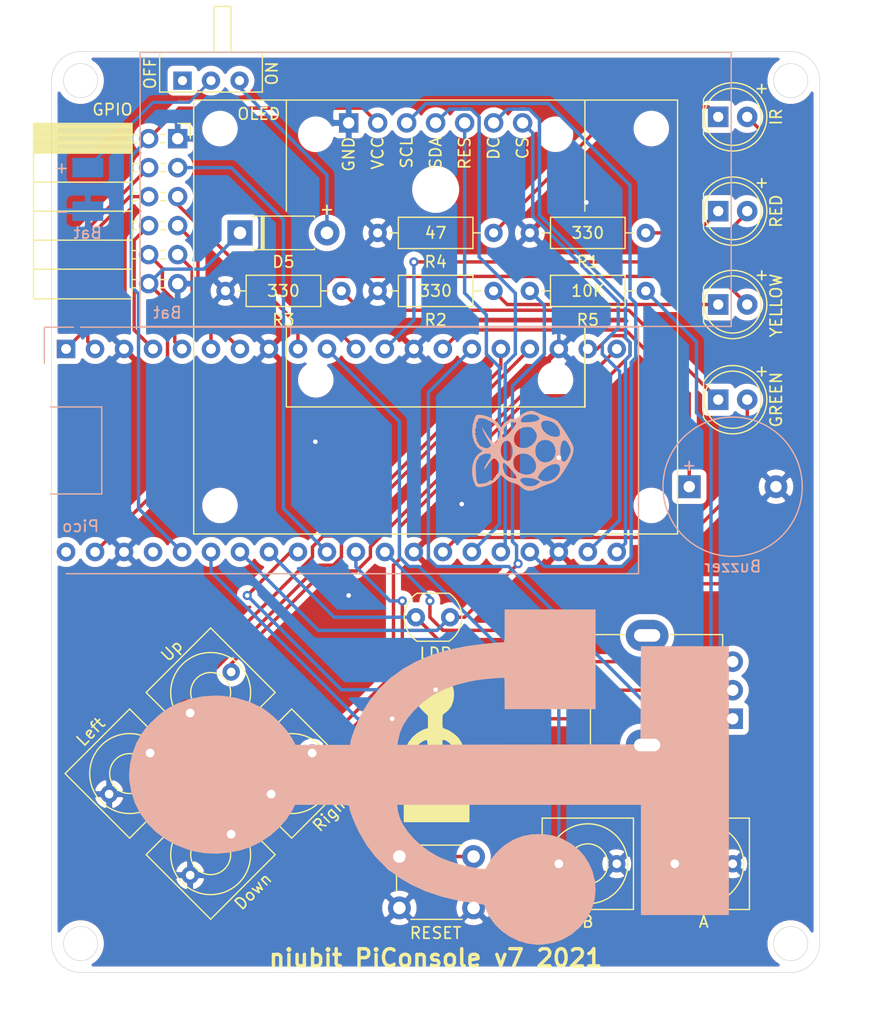
<source format=kicad_pcb>
(kicad_pcb (version 20171130) (host pcbnew 5.1.10-88a1d61d58~90~ubuntu20.04.1)
  (layers (0 F.Cu signal) (31 B.Cu signal) (34 B.Paste user) (35 F.Paste user) (36 B.SilkS user) (37 F.SilkS user) (38 B.Mask user) (39 F.Mask user) (44 Edge.Cuts user))
  (net 0 "")
  (net 1 Buzzer)
  (net 2 GND)
  (net 3 "Net-(D1-Pad1)")
  (net 4 L_IR)
  (net 5 "Net-(D2-Pad1)")
  (net 6 L_Red)
  (net 7 L_Yellow)
  (net 8 "Net-(D3-Pad1)")
  (net 9 "Net-(D4-Pad1)")
  (net 10 L_Green)
  (net 11 VSYS)
  (net 12 "Net-(D5-Pad2)")
  (net 13 "Net-(J1-Pad2)")
  (net 14 +3V3)
  (net 15 VDDA)
  (net 16 ADC2)
  (net 17 GNDA)
  (net 18 ADC1)
  (net 19 SW_Up)
  (net 20 SW_Down)
  (net 21 SW_Left)
  (net 22 SW_Right)
  (net 23 "Net-(U1-Pad40)")
  (net 24 "Net-(U1-Pad37)")
  (net 25 ADC0)
  (net 26 OLED_RES)
  (net 27 OLED_SDA)
  (net 28 OLED_SCL)
  (net 29 OLED_CS)
  (net 30 OLED_DC)
  (net 31 GP6)
  (net 32 GP5)
  (net 33 GP4)
  (net 34 GP3)
  (net 35 GP2)
  (net 36 GP1)
  (net 37 GP0)
  (net 38 SW_A)
  (net 39 SW_B)
  (net 40 "Net-(SW7-Pad1)")
  (net 41 RESET)
  (module eduardofilo_footprints:OLED-SSD1309-SPI (layer F.Cu) (at 130.81 81.026)
    (fp_text reference U2 hide)
    (fp_text value OLED (at -15.494 -17.78) (layer F.SilkS))
    (fp_text user CS (at 7.62 -15.875 90) (layer F.SilkS) (effects (justify right)))
    (fp_text user DC (at 5.08 -15.875 90) (layer F.SilkS) (effects (justify right)))
    (fp_text user RES (at 2.54 -15.875 90) (layer F.SilkS) (effects (justify right)))
    (fp_text user GND (at -7.62 -15.875 90) (layer F.SilkS) (effects (justify right)))
    (fp_text user VCC (at -5.08 -15.875 90) (layer F.SilkS) (effects (justify right)))
    (fp_text user SCL (at -2.54 -15.875 90) (layer F.SilkS) (effects (justify right)))
    (fp_text user SDA (at 0 -15.875 90) (layer F.SilkS) (effects (justify right)))
    (pad 7 thru_hole circle (at 7.6225 -17) (size 1.7 1.7) (drill 1) (layers *.Cu *.Mask) (net 29 OLED_CS))
    (pad 6 thru_hole circle (at 5.0825 -17) (size 1.7 1.7) (drill 1) (layers *.Cu *.Mask) (net 30 OLED_DC))
    (pad 5 thru_hole circle (at 2.5425 -17) (size 1.7 1.7) (drill 1) (layers *.Cu *.Mask) (net 26 OLED_RES))
    (pad "" np_thru_hole circle (at -18.9 -16.5) (size 2.1 2.1) (drill 2.1) (layers *.Cu *.Mask))
    (pad "" np_thru_hole circle (at 18.9 -16.5) (size 2.1 2.1) (drill 2.1) (layers *.Cu *.Mask))
    (pad "" np_thru_hole circle (at -18.9 16.5) (size 2.1 2.1) (drill 2.1) (layers *.Cu *.Mask))
    (pad "" np_thru_hole circle (at 18.9 16.5) (size 2.1 2.1) (drill 2.1) (layers *.Cu *.Mask))
    (pad 1 thru_hole rect (at -7.6175 -17) (size 1.7 1.7) (drill 1) (layers *.Cu *.Mask) (net 2 GND))
    (pad 2 thru_hole circle (at -5.0775 -17) (size 1.7 1.7) (drill 1) (layers *.Cu *.Mask) (net 14 +3V3))
    (pad 3 thru_hole circle (at -2.5375 -17) (size 1.7 1.7) (drill 1) (layers *.Cu *.Mask) (net 28 OLED_SCL))
    (pad 4 thru_hole circle (at 0 -17) (size 1.7 1.7) (drill 1) (layers *.Cu *.Mask) (net 27 OLED_SDA))
    (pad "" np_thru_hole circle (at -10.5 -16) (size 2.1 2.1) (drill 2.1) (layers *.Cu *.Mask))
    (pad "" np_thru_hole circle (at 10.5 -16) (size 2.1 2.1) (drill 2.1) (layers *.Cu *.Mask))
    (pad "" np_thru_hole circle (at -10.5 5.5) (size 2.1 2.1) (drill 2.1) (layers *.Cu *.Mask))
    (pad "" np_thru_hole circle (at 10.5 5.5) (size 2.1 2.1) (drill 2.1) (layers *.Cu *.Mask))
  )
  (module Button_Switch_THT:SW_PUSH_6mm (layer F.Cu) (at 127.635 128.27)
    (fp_text reference SW8 hide)
    (fp_text value RESET (at 3.175 6.7) (layer F.SilkS))
    (pad 1 thru_hole circle (at 6.5 0 90) (size 2 2) (drill 1.1) (layers *.Cu *.Mask) (net 41 RESET))
    (pad 2 thru_hole circle (at 6.5 4.5 90) (size 2 2) (drill 1.1) (layers *.Cu *.Mask) (net 2 GND))
    (pad 1 thru_hole circle (at 0 0 90) (size 2 2) (drill 1.1) (layers *.Cu *.Mask) (net 41 RESET))
    (pad 2 thru_hole circle (at 0 4.5 90) (size 2 2) (drill 1.1) (layers *.Cu *.Mask) (net 2 GND))
  )
  (module Connector_PinHeader_2.54mm:PinHeader_1x02_P2.54mm_Vertical (layer B.Cu) (at 100.33 71.12)
    (fp_text reference J1 hide)
    (fp_text value Bat (at 0 2.54 180) (layer B.SilkS) (effects (justify mirror)))
    (fp_text user + (at -2.286 -3.175) (layer B.SilkS) (effects (justify mirror)))
    (fp_text user - (at -2.286 0.635) (layer B.SilkS) (effects (justify mirror)))
    (pad 1 smd rect (at 0 0.635) (size 2.7 1.7) (layers B.Cu B.Paste B.Mask) (net 2 GND))
    (pad 2 smd rect (at 0 -3.175) (size 2.7 1.7) (layers B.Cu B.Paste B.Mask) (net 13 "Net-(J1-Pad2)"))
  )
  (module eduardofilo_footprints:niubit_logo_13mm (layer F.Cu) (at 130.81 118.745)
    (fp_text reference G*** hide)
    (fp_text value LOGO hide)
  )
  (module eduardofilo_footprints:niubit_logo_52mm (layer B.Cu) (at 130.175 121.285 270)
    (fp_text reference G*** hide)
    (fp_text value LOGO hide)
  )
  (module eduardofilo_footprints:Potentiometer_Alpha_RD901F-40-00D_Single_Vertical_mod (layer F.Cu) (at 156.845 116.205 180)
    (fp_text reference RV1 hide)
    (fp_text value Pot (at 3.14309 -3.14309 180) (layer F.SilkS))
    (pad "" thru_hole oval (at 7.5 -2.3 270) (size 2.72 3.74) (drill oval 1.1 2.3) (layers *.Cu *.Mask))
    (pad "" thru_hole oval (at 7.5 7.3 270) (size 2.72 3.74) (drill oval 1.1 2.3) (layers *.Cu *.Mask))
    (pad 3 thru_hole circle (at 0 5 270) (size 1.8 1.8) (drill 1) (layers *.Cu *.Mask) (net 17 GNDA))
    (pad 2 thru_hole circle (at 0 2.5 270) (size 1.8 1.8) (drill 1) (layers *.Cu *.Mask) (net 18 ADC1))
    (pad 1 thru_hole rect (at 0 0 270) (size 1.8 1.8) (drill 1) (layers *.Cu *.Mask) (net 15 VDDA))
  )
  (module eduardofilo_footprints:raspberrypi-pico-module (layer B.Cu) (at 122.555 92.71 270)
    (fp_text reference U1 hide)
    (fp_text value Pico (at 6.64 22.86 180) (layer B.SilkS) (effects (justify mirror)))
    (pad 1 thru_hole rect (at -8.89 24.13 270) (size 1.624 1.624) (drill 0.862) (layers *.Cu *.Mask) (net 37 GP0))
    (pad 2 thru_hole circle (at -8.89 21.59 270) (size 1.624 1.624) (drill 0.862) (layers *.Cu *.Mask) (net 36 GP1))
    (pad 3 thru_hole circle (at -8.89 19.05 270) (size 1.624 1.624) (drill 0.862) (layers *.Cu *.Mask) (net 2 GND))
    (pad 4 thru_hole circle (at -8.89 16.51 270) (size 1.624 1.624) (drill 0.862) (layers *.Cu *.Mask) (net 35 GP2))
    (pad 5 thru_hole circle (at -8.89 13.97 270) (size 1.624 1.624) (drill 0.862) (layers *.Cu *.Mask) (net 34 GP3))
    (pad 6 thru_hole circle (at -8.89 11.43 270) (size 1.624 1.624) (drill 0.862) (layers *.Cu *.Mask) (net 33 GP4))
    (pad 7 thru_hole circle (at -8.89 8.89 270) (size 1.624 1.624) (drill 0.862) (layers *.Cu *.Mask) (net 32 GP5))
    (pad 8 thru_hole circle (at -8.89 6.35 270) (size 1.624 1.624) (drill 0.862) (layers *.Cu *.Mask) (net 2 GND))
    (pad 9 thru_hole circle (at -8.89 3.81 270) (size 1.624 1.624) (drill 0.862) (layers *.Cu *.Mask) (net 31 GP6))
    (pad 10 thru_hole circle (at -8.89 1.27 270) (size 1.624 1.624) (drill 0.862) (layers *.Cu *.Mask) (net 39 SW_B))
    (pad 11 thru_hole circle (at -8.89 -1.27 270) (size 1.624 1.624) (drill 0.862) (layers *.Cu *.Mask) (net 7 L_Yellow))
    (pad 12 thru_hole circle (at -8.89 -3.81 270) (size 1.624 1.624) (drill 0.862) (layers *.Cu *.Mask) (net 6 L_Red))
    (pad 13 thru_hole circle (at -8.89 -6.35 270) (size 1.624 1.624) (drill 0.862) (layers *.Cu *.Mask) (net 2 GND))
    (pad 14 thru_hole circle (at -8.89 -8.89 270) (size 1.624 1.624) (drill 0.862) (layers *.Cu *.Mask) (net 1 Buzzer))
    (pad 15 thru_hole circle (at -8.89 -11.43 270) (size 1.624 1.624) (drill 0.862) (layers *.Cu *.Mask) (net 38 SW_A))
    (pad 16 thru_hole circle (at -8.89 -13.97 270) (size 1.624 1.624) (drill 0.862) (layers *.Cu *.Mask) (net 22 SW_Right))
    (pad 17 thru_hole circle (at -8.89 -16.51 270) (size 1.624 1.624) (drill 0.862) (layers *.Cu *.Mask) (net 21 SW_Left))
    (pad 18 thru_hole circle (at -8.89 -19.05 270) (size 1.624 1.624) (drill 0.862) (layers *.Cu *.Mask) (net 2 GND))
    (pad 19 thru_hole circle (at -8.89 -21.59 270) (size 1.624 1.624) (drill 0.862) (layers *.Cu *.Mask) (net 20 SW_Down))
    (pad 20 thru_hole circle (at -8.89 -24.13 270) (size 1.624 1.624) (drill 0.862) (layers *.Cu *.Mask) (net 19 SW_Up))
    (pad 21 thru_hole circle (at 8.89 -24.13 270) (size 1.624 1.624) (drill 0.862) (layers *.Cu *.Mask) (net 30 OLED_DC))
    (pad 22 thru_hole circle (at 8.89 -21.59 270) (size 1.624 1.624) (drill 0.862) (layers *.Cu *.Mask) (net 29 OLED_CS))
    (pad 23 thru_hole circle (at 8.89 -19.05 270) (size 1.624 1.624) (drill 0.862) (layers *.Cu *.Mask) (net 2 GND))
    (pad 24 thru_hole circle (at 8.89 -16.51 270) (size 1.624 1.624) (drill 0.862) (layers *.Cu *.Mask) (net 28 OLED_SCL))
    (pad 25 thru_hole circle (at 8.89 -13.97 270) (size 1.624 1.624) (drill 0.862) (layers *.Cu *.Mask) (net 27 OLED_SDA))
    (pad 26 thru_hole circle (at 8.89 -11.43 270) (size 1.624 1.624) (drill 0.862) (layers *.Cu *.Mask) (net 26 OLED_RES))
    (pad 27 thru_hole circle (at 8.89 -8.89 270) (size 1.624 1.624) (drill 0.862) (layers *.Cu *.Mask) (net 10 L_Green))
    (pad 28 thru_hole circle (at 8.89 -6.35 270) (size 1.624 1.624) (drill 0.862) (layers *.Cu *.Mask) (net 2 GND))
    (pad 29 thru_hole circle (at 8.89 -3.81 270) (size 1.624 1.624) (drill 0.862) (layers *.Cu *.Mask) (net 4 L_IR))
    (pad 30 thru_hole circle (at 8.89 -1.27 270) (size 1.624 1.624) (drill 0.862) (layers *.Cu *.Mask) (net 41 RESET))
    (pad 31 thru_hole circle (at 8.89 1.27 270) (size 1.624 1.624) (drill 0.862) (layers *.Cu *.Mask) (net 25 ADC0))
    (pad 32 thru_hole circle (at 8.89 3.81 270) (size 1.624 1.624) (drill 0.862) (layers *.Cu *.Mask) (net 18 ADC1))
    (pad 33 thru_hole circle (at 8.89 6.35 270) (size 1.624 1.624) (drill 0.862) (layers *.Cu *.Mask) (net 17 GNDA))
    (pad 34 thru_hole circle (at 8.89 8.89 270) (size 1.624 1.624) (drill 0.862) (layers *.Cu *.Mask) (net 16 ADC2))
    (pad 35 thru_hole circle (at 8.89 11.43 270) (size 1.624 1.624) (drill 0.862) (layers *.Cu *.Mask) (net 15 VDDA))
    (pad 36 thru_hole circle (at 8.89 13.97 270) (size 1.624 1.624) (drill 0.862) (layers *.Cu *.Mask) (net 14 +3V3))
    (pad 37 thru_hole circle (at 8.89 16.51 270) (size 1.624 1.624) (drill 0.862) (layers *.Cu *.Mask) (net 24 "Net-(U1-Pad37)"))
    (pad 38 thru_hole circle (at 8.89 19.05 270) (size 1.624 1.624) (drill 0.862) (layers *.Cu *.Mask) (net 2 GND))
    (pad 39 thru_hole circle (at 8.89 21.59 270) (size 1.624 1.624) (drill 0.862) (layers *.Cu *.Mask) (net 11 VSYS))
    (pad 40 thru_hole circle (at 8.89 24.13 270) (size 1.624 1.624) (drill 0.862) (layers *.Cu *.Mask) (net 23 "Net-(U1-Pad40)"))
  )
  (module eduardofilo_footprints:SW_PUSH_8mm_2pin (layer F.Cu) (at 144.145 128.905)
    (fp_text reference SW6 hide)
    (fp_text value B (at 0 5.08) (layer F.SilkS))
    (pad 2 thru_hole circle (at 2.54 0) (size 1.524 1.524) (drill 0.762) (layers *.Cu *.Mask) (net 2 GND))
    (pad 1 thru_hole circle (at -2.54 0) (size 1.524 1.524) (drill 0.762) (layers *.Cu *.Mask) (net 39 SW_B))
  )
  (module eduardofilo_footprints:2xAAA_Battery_holder (layer B.Cu) (at 130.81 69.85 180)
    (fp_text reference REF** hide)
    (fp_text value 2xAAA_Battery_holder hide)
    (fp_text user Bat (at 23.495 -10.795) (layer B.SilkS) (effects (justify mirror)))
    (pad "" np_thru_hole circle (at 0 0 180) (size 3.1 3.1) (drill 3.1) (layers *.Cu *.Mask))
  )
  (module Buzzer_Beeper:Buzzer_12x9.5RM7.6 (layer B.Cu) (at 153.035 95.885)
    (fp_text reference BZ1 hide)
    (fp_text value Buzzer (at 3.81 6.985) (layer B.SilkS) (effects (justify mirror)))
    (fp_text user + (at 0 -1.905) (layer B.SilkS) (effects (justify mirror)))
    (pad 1 thru_hole rect (at 0 0) (size 2 2) (drill 1) (layers *.Cu *.Mask) (net 1 Buzzer))
    (pad 2 thru_hole circle (at 7.6 0) (size 2 2) (drill 1) (layers *.Cu *.Mask) (net 2 GND))
  )
  (module LED_THT:LED_D5.0mm_IRGrey (layer F.Cu) (at 155.575 63.5)
    (fp_text reference D1 hide)
    (fp_text value IR (at 5.08 0 270) (layer F.SilkS))
    (pad 1 thru_hole rect (at 0 0) (size 1.8 1.8) (drill 0.9) (layers *.Cu *.Mask) (net 3 "Net-(D1-Pad1)"))
    (pad 2 thru_hole circle (at 2.54 0) (size 1.8 1.8) (drill 0.9) (layers *.Cu *.Mask) (net 4 L_IR))
  )
  (module LED_THT:LED_D5.0mm (layer F.Cu) (at 155.575 71.755)
    (fp_text reference D2 hide)
    (fp_text value RED (at 5.08 0 270) (layer F.SilkS))
    (pad 1 thru_hole rect (at 0 0) (size 1.8 1.8) (drill 0.9) (layers *.Cu *.Mask) (net 5 "Net-(D2-Pad1)"))
    (pad 2 thru_hole circle (at 2.54 0) (size 1.8 1.8) (drill 0.9) (layers *.Cu *.Mask) (net 6 L_Red))
  )
  (module LED_THT:LED_D5.0mm (layer F.Cu) (at 155.575 79.93)
    (fp_text reference D3 hide)
    (fp_text value YELLOW (at 5.08 0.08 270) (layer F.SilkS))
    (pad 2 thru_hole circle (at 2.54 0) (size 1.8 1.8) (drill 0.9) (layers *.Cu *.Mask) (net 7 L_Yellow))
    (pad 1 thru_hole rect (at 0 0) (size 1.8 1.8) (drill 0.9) (layers *.Cu *.Mask) (net 8 "Net-(D3-Pad1)"))
  )
  (module LED_THT:LED_D5.0mm (layer F.Cu) (at 155.575 88.265)
    (fp_text reference D4 hide)
    (fp_text value GREEN (at 5.08 0 270) (layer F.SilkS))
    (pad 1 thru_hole rect (at 0 0) (size 1.8 1.8) (drill 0.9) (layers *.Cu *.Mask) (net 9 "Net-(D4-Pad1)"))
    (pad 2 thru_hole circle (at 2.54 0) (size 1.8 1.8) (drill 0.9) (layers *.Cu *.Mask) (net 10 L_Green))
  )
  (module Diode_THT:D_DO-41_SOD81_P7.62mm_Horizontal (layer F.Cu) (at 113.665 73.66)
    (fp_text reference D5 (at 3.81 2.54) (layer F.SilkS))
    (fp_text value 1N5817 hide)
    (fp_text user + (at 7.62 -2.1) (layer F.SilkS))
    (pad 1 thru_hole rect (at 0 0) (size 2.2 2.2) (drill 1.1) (layers *.Cu *.Mask) (net 11 VSYS))
    (pad 2 thru_hole oval (at 7.62 0) (size 2.2 2.2) (drill 1.1) (layers *.Cu *.Mask) (net 12 "Net-(D5-Pad2)"))
  )
  (module Connector_PinSocket_2.54mm:PinSocket_2x06_P2.54mm_Horizontal (layer F.Cu) (at 108.204 65.405)
    (fp_text reference J2 hide)
    (fp_text value GPIO (at -5.715 -2.54) (layer F.SilkS))
    (pad 1 thru_hole rect (at 0 0) (size 1.7 1.7) (drill 1) (layers *.Cu *.Mask) (net 2 GND))
    (pad 2 thru_hole oval (at -2.54 0) (size 1.7 1.7) (drill 1) (layers *.Cu *.Mask) (net 14 +3V3))
    (pad 3 thru_hole oval (at 0 2.54) (size 1.7 1.7) (drill 1) (layers *.Cu *.Mask) (net 25 ADC0))
    (pad 4 thru_hole oval (at -2.54 2.54) (size 1.7 1.7) (drill 1) (layers *.Cu *.Mask) (net 37 GP0))
    (pad 5 thru_hole oval (at 0 5.08) (size 1.7 1.7) (drill 1) (layers *.Cu *.Mask) (net 31 GP6))
    (pad 6 thru_hole oval (at -2.54 5.08) (size 1.7 1.7) (drill 1) (layers *.Cu *.Mask) (net 36 GP1))
    (pad 7 thru_hole oval (at 0 7.62) (size 1.7 1.7) (drill 1) (layers *.Cu *.Mask) (net 32 GP5))
    (pad 8 thru_hole oval (at -2.54 7.62) (size 1.7 1.7) (drill 1) (layers *.Cu *.Mask) (net 35 GP2))
    (pad 9 thru_hole oval (at 0 10.16) (size 1.7 1.7) (drill 1) (layers *.Cu *.Mask) (net 33 GP4))
    (pad 10 thru_hole oval (at -2.54 10.16) (size 1.7 1.7) (drill 1) (layers *.Cu *.Mask) (net 34 GP3))
    (pad 11 thru_hole oval (at 0 12.7) (size 1.7 1.7) (drill 1) (layers *.Cu *.Mask) (net 2 GND))
    (pad 12 thru_hole oval (at -2.54 12.7) (size 1.7 1.7) (drill 1) (layers *.Cu *.Mask) (net 11 VSYS))
  )
  (module Resistor_THT:R_Axial_DIN0207_L6.3mm_D2.5mm_P10.16mm_Horizontal (layer F.Cu) (at 139.065 73.66)
    (fp_text reference R1 (at 5.08 2.54) (layer F.SilkS))
    (fp_text value 330 (at 5.08 0) (layer F.SilkS))
    (pad 1 thru_hole circle (at 0 0) (size 1.6 1.6) (drill 0.8) (layers *.Cu *.Mask) (net 2 GND))
    (pad 2 thru_hole oval (at 10.16 0) (size 1.6 1.6) (drill 0.8) (layers *.Cu *.Mask) (net 5 "Net-(D2-Pad1)"))
  )
  (module Resistor_THT:R_Axial_DIN0207_L6.3mm_D2.5mm_P10.16mm_Horizontal (layer F.Cu) (at 125.73 78.74)
    (fp_text reference R2 (at 5.08 2.54) (layer F.SilkS))
    (fp_text value 330 (at 5.08 0) (layer F.SilkS))
    (pad 1 thru_hole circle (at 0 0) (size 1.6 1.6) (drill 0.8) (layers *.Cu *.Mask) (net 2 GND))
    (pad 2 thru_hole oval (at 10.16 0) (size 1.6 1.6) (drill 0.8) (layers *.Cu *.Mask) (net 8 "Net-(D3-Pad1)"))
  )
  (module Resistor_THT:R_Axial_DIN0207_L6.3mm_D2.5mm_P10.16mm_Horizontal (layer F.Cu) (at 112.395 78.74)
    (fp_text reference R3 (at 5.08 2.54) (layer F.SilkS))
    (fp_text value 330 (at 5.08 0) (layer F.SilkS))
    (pad 2 thru_hole oval (at 10.16 0) (size 1.6 1.6) (drill 0.8) (layers *.Cu *.Mask) (net 9 "Net-(D4-Pad1)"))
    (pad 1 thru_hole circle (at 0 0) (size 1.6 1.6) (drill 0.8) (layers *.Cu *.Mask) (net 2 GND))
  )
  (module Resistor_THT:R_Axial_DIN0207_L6.3mm_D2.5mm_P10.16mm_Horizontal (layer F.Cu) (at 125.73 73.66)
    (fp_text reference R4 (at 5.08 2.54) (layer F.SilkS))
    (fp_text value 47 (at 5.08 0) (layer F.SilkS))
    (pad 1 thru_hole circle (at 0 0) (size 1.6 1.6) (drill 0.8) (layers *.Cu *.Mask) (net 2 GND))
    (pad 2 thru_hole oval (at 10.16 0) (size 1.6 1.6) (drill 0.8) (layers *.Cu *.Mask) (net 3 "Net-(D1-Pad1)"))
  )
  (module Resistor_THT:R_Axial_DIN0207_L6.3mm_D2.5mm_P10.16mm_Horizontal (layer F.Cu) (at 139.065 78.74)
    (fp_text reference R5 (at 5.08 2.54) (layer F.SilkS))
    (fp_text value 10K (at 5.08 0) (layer F.SilkS))
    (pad 2 thru_hole oval (at 10.16 0) (size 1.6 1.6) (drill 0.8) (layers *.Cu *.Mask) (net 15 VDDA))
    (pad 1 thru_hole circle (at 0 0) (size 1.6 1.6) (drill 0.8) (layers *.Cu *.Mask) (net 16 ADC2))
  )
  (module OptoDevice:R_LDR_5.0x4.1mm_P3mm_Vertical (layer F.Cu) (at 132.08 107.315 180)
    (fp_text reference R6 hide)
    (fp_text value LDR (at 1.27 -3.175 180) (layer F.SilkS))
    (pad 1 thru_hole circle (at 0 0 180) (size 1.6 1.6) (drill 0.8) (layers *.Cu *.Mask) (net 16 ADC2))
    (pad 2 thru_hole circle (at 3 0 180) (size 1.6 1.6) (drill 0.8) (layers *.Cu *.Mask) (net 17 GNDA))
  )
  (module eduardofilo_footprints:SW_PUSH_8mm_2pin (layer F.Cu) (at 111.095 113.905 225)
    (fp_text reference SW1 hide)
    (fp_text value Up (at -0.190919 4.997831 45) (layer F.SilkS))
    (pad 1 thru_hole circle (at -2.54 0 225) (size 1.524 1.524) (drill 0.762) (layers *.Cu *.Mask) (net 19 SW_Up))
    (pad 2 thru_hole circle (at 2.54 0 225) (size 1.524 1.524) (drill 0.762) (layers *.Cu *.Mask) (net 2 GND))
  )
  (module eduardofilo_footprints:SW_PUSH_8mm_2pin (layer F.Cu) (at 111.095 128.105 225)
    (fp_text reference SW2 hide)
    (fp_text value Down (at -0.353553 -4.897422 45) (layer F.SilkS))
    (pad 2 thru_hole circle (at 2.54 0 225) (size 1.524 1.524) (drill 0.762) (layers *.Cu *.Mask) (net 2 GND))
    (pad 1 thru_hole circle (at -2.54 0 225) (size 1.524 1.524) (drill 0.762) (layers *.Cu *.Mask) (net 20 SW_Down))
  )
  (module eduardofilo_footprints:SW_PUSH_8mm_2pin (layer F.Cu) (at 103.995 121.005 225)
    (fp_text reference SW3 hide)
    (fp_text value Left (at -0.173948 4.997831 45) (layer F.SilkS))
    (pad 1 thru_hole circle (at -2.54 0 225) (size 1.524 1.524) (drill 0.762) (layers *.Cu *.Mask) (net 21 SW_Left))
    (pad 2 thru_hole circle (at 2.54 0 225) (size 1.524 1.524) (drill 0.762) (layers *.Cu *.Mask) (net 2 GND))
  )
  (module eduardofilo_footprints:SW_PUSH_8mm_2pin (layer F.Cu) (at 118.195 121.005 225)
    (fp_text reference SW4 hide)
    (fp_text value Right (at -0.011314 -4.897422 45) (layer F.SilkS))
    (pad 2 thru_hole circle (at 2.54 0 225) (size 1.524 1.524) (drill 0.762) (layers *.Cu *.Mask) (net 2 GND))
    (pad 1 thru_hole circle (at -2.54 0 225) (size 1.524 1.524) (drill 0.762) (layers *.Cu *.Mask) (net 22 SW_Right))
  )
  (module eduardofilo_footprints:SW_PUSH_8mm_2pin (layer F.Cu) (at 154.305 128.905)
    (fp_text reference SW5 hide)
    (fp_text value A (at 0 5.08) (layer F.SilkS))
    (pad 1 thru_hole circle (at -2.54 0) (size 1.524 1.524) (drill 0.762) (layers *.Cu *.Mask) (net 38 SW_A))
    (pad 2 thru_hole circle (at 2.54 0) (size 1.524 1.524) (drill 0.762) (layers *.Cu *.Mask) (net 2 GND))
  )
  (module eduardofilo_footprints:SW_SPDT_Angled (layer F.Cu) (at 111.125 60.325)
    (fp_text reference SW7 hide)
    (fp_text value SW_SPDT hide)
    (fp_text user ON (at 5.334 -0.635 90 unlocked) (layer F.SilkS))
    (fp_text user OFF (at -5.334 -0.635 90 unlocked) (layer F.SilkS))
    (pad 1 thru_hole rect (at -2.5 0) (size 1.6 1.6) (drill 0.8) (layers *.Cu *.Mask) (net 40 "Net-(SW7-Pad1)"))
    (pad 2 thru_hole circle (at 0 0) (size 1.6 1.6) (drill 0.8) (layers *.Cu *.Mask) (net 13 "Net-(J1-Pad2)"))
    (pad 3 thru_hole circle (at 2.5 0) (size 1.6 1.6) (drill 0.8) (layers *.Cu *.Mask) (net 12 "Net-(D5-Pad2)"))
  )
  (gr_line (start 117.729 88.9) (end 117.729 81.915) (layer F.SilkS) (width 0.12))
  (gr_line (start 143.891 81.915) (end 143.891 88.9) (layer F.SilkS) (width 0.15))
  (gr_line (start 143.891 71.755) (end 143.891 62.103) (layer F.SilkS) (width 0.12))
  (gr_line (start 117.729 88.9) (end 143.891 88.9) (layer F.SilkS) (width 0.12))
  (gr_line (start 117.729 62.103) (end 117.729 71.755) (layer F.SilkS) (width 0.12))
  (gr_text + (at 159.385 60.96) (layer F.SilkS) (effects (font (size 1 1))))
  (gr_text + (at 159.385 85.725) (layer F.SilkS) (effects (font (size 1 1))))
  (gr_text + (at 159.385 77.295) (layer F.SilkS) (effects (font (size 1 1))))
  (gr_text + (at 159.385 69.215) (layer F.SilkS) (effects (font (size 1 1))))
  (gr_text "niubit PiConsole v7 2021" (at 130.81 137.16) (layer F.SilkS) (effects (font (size 1.5 1.5) (thickness 0.3))))
  (gr_circle (center 161.925 135.89) (end 163.425 135.89) (layer Edge.Cuts) (width 0.05))
  (gr_circle (center 161.925 60.325) (end 163.425 60.325) (layer Edge.Cuts) (width 0.05))
  (gr_arc (start 161.925 60.325) (end 164.465 60.325) (angle -90) (layer Edge.Cuts) (width 0.05))
  (gr_arc (start 161.925 135.89) (end 161.925 138.43) (angle -90) (layer Edge.Cuts) (width 0.05))
  (gr_circle (center 99.695 135.89) (end 101.195 135.89) (layer Edge.Cuts) (width 0.05))
  (gr_arc (start 99.695 135.89) (end 97.155 135.89) (angle -90) (layer Edge.Cuts) (width 0.05))
  (gr_circle (center 99.695 60.325) (end 101.195 60.325) (layer Edge.Cuts) (width 0.05))
  (gr_arc (start 99.695 60.325) (end 99.695 57.785) (angle -90) (layer Edge.Cuts) (width 0.05))
  (gr_line (start 97.155 135.89) (end 97.155 60.325) (layer Edge.Cuts) (width 0.05))
  (gr_line (start 161.925 138.43) (end 99.695 138.43) (layer Edge.Cuts) (width 0.05))
  (gr_line (start 164.465 60.325) (end 164.465 135.89) (layer Edge.Cuts) (width 0.05))
  (gr_line (start 99.695 57.785) (end 161.925 57.785) (layer Edge.Cuts) (width 0.05))
  (segment (start 145.920126 82.157988) (end 133.107012 82.157988) (width 0.3) (layer F.Cu) (net 1))
  (segment (start 147.449872 82.157988) (end 145.920126 82.157988) (width 0.3) (layer F.Cu) (net 1))
  (segment (start 153.035 87.743118) (end 147.449872 82.157988) (width 0.3) (layer F.Cu) (net 1))
  (segment (start 133.107012 82.157988) (end 131.445 83.82) (width 0.3) (layer F.Cu) (net 1))
  (segment (start 153.035 95.885) (end 153.035 87.743118) (width 0.3) (layer F.Cu) (net 1))
  (segment (start 141.605 83.82) (end 141.605 81.915) (width 0.3) (layer B.Cu) (net 2))
  (via (at 144.018 70.993) (size 0.8) (drill 0.4) (layers F.Cu B.Cu) (net 2))
  (via (at 120.269 91.948) (size 0.8) (drill 0.4) (layers F.Cu B.Cu) (net 2))
  (via (at 133.096 97.409) (size 0.8) (drill 0.4) (layers F.Cu B.Cu) (net 2))
  (via (at 123.19 105.41) (size 0.8) (drill 0.4) (layers F.Cu B.Cu) (net 2))
  (via (at 141.605 93.345) (size 0.8) (drill 0.4) (layers F.Cu B.Cu) (net 2))
  (segment (start 135.89 73.66) (end 146.924012 62.625988) (width 0.3) (layer F.Cu) (net 3))
  (segment (start 154.700988 62.625988) (end 155.575 63.5) (width 0.3) (layer F.Cu) (net 3))
  (segment (start 146.924012 62.625988) (end 154.700988 62.625988) (width 0.3) (layer F.Cu) (net 3))
  (via (at 130.31 105.885) (size 0.8) (drill 0.4) (layers F.Cu B.Cu) (net 4))
  (segment (start 130.31 105.545) (end 130.31 105.885) (width 0.3) (layer B.Cu) (net 4))
  (segment (start 126.365 101.6) (end 130.31 105.545) (width 0.3) (layer B.Cu) (net 4))
  (segment (start 162.81 68.195) (end 158.115 63.5) (width 0.3) (layer F.Cu) (net 4))
  (segment (start 156.31 104.385) (end 162.81 97.885) (width 0.3) (layer F.Cu) (net 4))
  (segment (start 147.87334 104.385) (end 156.31 104.385) (width 0.3) (layer F.Cu) (net 4))
  (segment (start 143.793339 108.465001) (end 147.87334 104.385) (width 0.3) (layer F.Cu) (net 4))
  (segment (start 162.81 97.885) (end 162.81 68.195) (width 0.3) (layer F.Cu) (net 4))
  (segment (start 131.459 108.465001) (end 143.793339 108.465001) (width 0.3) (layer F.Cu) (net 4))
  (segment (start 130.31 107.316001) (end 131.459 108.465001) (width 0.3) (layer F.Cu) (net 4))
  (segment (start 130.31 105.885) (end 130.31 107.316001) (width 0.3) (layer F.Cu) (net 4))
  (segment (start 153.67 73.66) (end 155.575 71.755) (width 0.3) (layer F.Cu) (net 5))
  (segment (start 149.225 73.66) (end 153.67 73.66) (width 0.3) (layer F.Cu) (net 5))
  (via (at 128.905 76.2) (size 0.8) (drill 0.4) (layers F.Cu B.Cu) (net 6))
  (segment (start 128.905 81.28) (end 126.365 83.82) (width 0.3) (layer B.Cu) (net 6))
  (segment (start 128.905 76.2) (end 128.905 81.28) (width 0.3) (layer B.Cu) (net 6))
  (segment (start 132.64288 76.2) (end 128.905 76.2) (width 0.3) (layer F.Cu) (net 6))
  (segment (start 153.797 76.2) (end 132.64288 76.2) (width 0.3) (layer F.Cu) (net 6))
  (segment (start 158.115 71.882) (end 153.797 76.2) (width 0.3) (layer F.Cu) (net 6))
  (segment (start 158.115 71.755) (end 158.115 71.882) (width 0.3) (layer F.Cu) (net 6))
  (segment (start 121.158 81.153) (end 123.825 83.82) (width 0.3) (layer F.Cu) (net 7))
  (segment (start 121.158 78.206499) (end 121.158 81.153) (width 0.3) (layer F.Cu) (net 7))
  (segment (start 121.894499 77.47) (end 121.158 78.206499) (width 0.3) (layer F.Cu) (net 7))
  (segment (start 155.655 77.47) (end 121.894499 77.47) (width 0.3) (layer F.Cu) (net 7))
  (segment (start 158.115 79.93) (end 155.655 77.47) (width 0.3) (layer F.Cu) (net 7))
  (segment (start 137.08 79.93) (end 155.575 79.93) (width 0.3) (layer F.Cu) (net 8))
  (segment (start 135.89 78.74) (end 137.08 79.93) (width 0.3) (layer F.Cu) (net 8))
  (segment (start 147.74001 80.43001) (end 155.575 88.265) (width 0.3) (layer F.Cu) (net 9))
  (segment (start 124.24501 80.43001) (end 147.74001 80.43001) (width 0.3) (layer F.Cu) (net 9))
  (segment (start 122.555 78.74) (end 124.24501 80.43001) (width 0.3) (layer F.Cu) (net 9))
  (segment (start 132.715 100.33) (end 131.445 101.6) (width 0.3) (layer F.Cu) (net 10))
  (segment (start 152.908 100.33) (end 132.715 100.33) (width 0.3) (layer F.Cu) (net 10))
  (segment (start 158.115 95.123) (end 152.908 100.33) (width 0.3) (layer F.Cu) (net 10))
  (segment (start 158.115 88.265) (end 158.115 95.123) (width 0.3) (layer F.Cu) (net 10))
  (segment (start 107.315 95.25) (end 100.965 101.6) (width 0.3) (layer F.Cu) (net 11))
  (segment (start 107.315 79.756) (end 107.315 95.25) (width 0.3) (layer F.Cu) (net 11))
  (segment (start 105.664 78.105) (end 107.315 79.756) (width 0.3) (layer F.Cu) (net 11))
  (segment (start 106.934 76.835) (end 105.664 78.105) (width 0.3) (layer B.Cu) (net 11))
  (segment (start 110.49 76.835) (end 106.934 76.835) (width 0.3) (layer B.Cu) (net 11))
  (segment (start 113.665 73.66) (end 110.49 76.835) (width 0.3) (layer B.Cu) (net 11))
  (segment (start 113.625 60.92) (end 113.625 60.325) (width 0.3) (layer B.Cu) (net 12))
  (segment (start 121.285 68.58) (end 113.625 60.92) (width 0.3) (layer B.Cu) (net 12))
  (segment (start 121.285 73.66) (end 121.285 68.58) (width 0.3) (layer B.Cu) (net 12))
  (segment (start 106.045 62.23) (end 109.22 62.23) (width 0.25) (layer B.Cu) (net 13))
  (segment (start 109.22 62.23) (end 111.125 60.325) (width 0.25) (layer B.Cu) (net 13))
  (segment (start 100.33 67.945) (end 106.045 62.23) (width 0.25) (layer B.Cu) (net 13))
  (segment (start 104.14 66.929) (end 105.664 65.405) (width 0.3) (layer B.Cu) (net 14))
  (segment (start 104.14 78.357002) (end 104.14 66.929) (width 0.3) (layer B.Cu) (net 14))
  (segment (start 104.775 78.992002) (end 104.14 78.357002) (width 0.3) (layer B.Cu) (net 14))
  (segment (start 104.775 97.79) (end 104.775 78.992002) (width 0.3) (layer B.Cu) (net 14))
  (segment (start 108.585 101.6) (end 104.775 97.79) (width 0.3) (layer B.Cu) (net 14))
  (segment (start 124.4445 62.738) (end 125.7325 64.026) (width 0.3) (layer F.Cu) (net 14))
  (segment (start 108.331 62.738) (end 124.4445 62.738) (width 0.3) (layer F.Cu) (net 14))
  (segment (start 105.664 65.405) (end 108.331 62.738) (width 0.3) (layer F.Cu) (net 14))
  (via (at 127 116.205) (size 0.8) (drill 0.4) (layers F.Cu B.Cu) (net 15))
  (segment (start 156.845 116.205) (end 127 116.205) (width 0.3) (layer F.Cu) (net 15))
  (segment (start 111.125 103.345002) (end 111.125 101.6) (width 0.3) (layer B.Cu) (net 15))
  (segment (start 123.984998 116.205) (end 111.125 103.345002) (width 0.3) (layer B.Cu) (net 15))
  (segment (start 127 116.205) (end 123.984998 116.205) (width 0.3) (layer B.Cu) (net 15))
  (segment (start 154.94 114.3) (end 156.845 116.205) (width 0.3) (layer B.Cu) (net 15))
  (segment (start 154.94 90.678) (end 154.94 114.3) (width 0.3) (layer B.Cu) (net 15))
  (segment (start 153.67 89.408) (end 154.94 90.678) (width 0.3) (layer B.Cu) (net 15))
  (segment (start 153.67 83.185) (end 153.67 89.408) (width 0.3) (layer B.Cu) (net 15))
  (segment (start 149.225 78.74) (end 153.67 83.185) (width 0.3) (layer B.Cu) (net 15))
  (segment (start 120.530001 108.465001) (end 113.665 101.6) (width 0.3) (layer B.Cu) (net 16))
  (segment (start 130.929999 108.465001) (end 120.530001 108.465001) (width 0.3) (layer B.Cu) (net 16))
  (segment (start 132.08 107.315) (end 130.929999 108.465001) (width 0.3) (layer B.Cu) (net 16))
  (segment (start 132.08 107.315) (end 133.349999 107.315) (width 0.3) (layer F.Cu) (net 16))
  (via (at 138.036167 102.628832) (size 0.8) (drill 0.4) (layers F.Cu B.Cu) (net 16))
  (segment (start 133.349999 107.315) (end 138.036167 102.628832) (width 0.3) (layer F.Cu) (net 16))
  (segment (start 137.902999 102.495664) (end 138.036167 102.628832) (width 0.3) (layer B.Cu) (net 16))
  (segment (start 137.902999 101.042239) (end 137.902999 102.495664) (width 0.3) (layer B.Cu) (net 16))
  (segment (start 137.541 100.68024) (end 137.902999 101.042239) (width 0.3) (layer B.Cu) (net 16))
  (segment (start 140.335 84.269762) (end 137.541 87.063762) (width 0.3) (layer B.Cu) (net 16))
  (segment (start 140.335 80.01) (end 140.335 84.269762) (width 0.3) (layer B.Cu) (net 16))
  (segment (start 137.541 87.063762) (end 137.541 100.68024) (width 0.3) (layer B.Cu) (net 16))
  (segment (start 139.065 78.74) (end 140.335 80.01) (width 0.3) (layer B.Cu) (net 16))
  (segment (start 121.92 107.315) (end 116.205 101.6) (width 0.3) (layer B.Cu) (net 17))
  (segment (start 129.08 107.315) (end 121.92 107.315) (width 0.3) (layer B.Cu) (net 17))
  (segment (start 132.97 111.205) (end 129.08 107.315) (width 0.3) (layer F.Cu) (net 17))
  (segment (start 156.845 111.205) (end 132.97 111.205) (width 0.3) (layer F.Cu) (net 17))
  (via (at 130.81 113.665) (size 0.8) (drill 0.4) (layers F.Cu B.Cu) (net 18))
  (segment (start 130.85 113.705) (end 130.81 113.665) (width 0.3) (layer F.Cu) (net 18))
  (segment (start 156.845 113.705) (end 130.85 113.705) (width 0.3) (layer F.Cu) (net 18))
  (via (at 114.3 105.41) (size 0.8) (drill 0.4) (layers F.Cu B.Cu) (net 18))
  (segment (start 122.555 113.665) (end 114.3 105.41) (width 0.3) (layer B.Cu) (net 18))
  (segment (start 130.81 113.665) (end 122.555 113.665) (width 0.3) (layer B.Cu) (net 18))
  (segment (start 118.11 101.6) (end 118.745 101.6) (width 0.3) (layer F.Cu) (net 18))
  (segment (start 114.3 105.41) (end 118.11 101.6) (width 0.3) (layer F.Cu) (net 18))
  (segment (start 142.578999 87.926001) (end 146.685 83.82) (width 0.3) (layer F.Cu) (net 19))
  (segment (start 138.319237 87.926001) (end 142.578999 87.926001) (width 0.3) (layer F.Cu) (net 19))
  (segment (start 125.095 101.150238) (end 138.319237 87.926001) (width 0.3) (layer F.Cu) (net 19))
  (segment (start 125.095 102.049762) (end 125.095 101.150238) (width 0.3) (layer F.Cu) (net 19))
  (segment (start 123.88275 103.262012) (end 125.095 102.049762) (width 0.3) (layer F.Cu) (net 19))
  (segment (start 121.019988 103.262012) (end 123.88275 103.262012) (width 0.3) (layer F.Cu) (net 19))
  (segment (start 112.891051 111.390949) (end 121.019988 103.262012) (width 0.3) (layer F.Cu) (net 19))
  (segment (start 112.891051 112.108949) (end 112.891051 111.390949) (width 0.3) (layer F.Cu) (net 19))
  (segment (start 146.127239 82.657999) (end 144.965238 83.82) (width 0.3) (layer F.Cu) (net 20))
  (segment (start 112.891051 126.308949) (end 114.536813 126.308949) (width 0.3) (layer F.Cu) (net 20))
  (segment (start 127.115001 112.279999) (end 127.115001 102.762001) (width 0.3) (layer F.Cu) (net 20))
  (segment (start 143.798751 88.426011) (end 147.847001 84.377761) (width 0.3) (layer F.Cu) (net 20))
  (segment (start 114.536813 126.308949) (end 121.103052 119.74271) (width 0.3) (layer F.Cu) (net 20))
  (segment (start 121.103052 119.74271) (end 121.103052 118.291948) (width 0.3) (layer F.Cu) (net 20))
  (segment (start 127.635 99.441) (end 138.649989 88.426011) (width 0.3) (layer F.Cu) (net 20))
  (segment (start 144.965238 83.82) (end 144.145 83.82) (width 0.3) (layer F.Cu) (net 20))
  (segment (start 121.103052 118.291948) (end 127.115001 112.279999) (width 0.3) (layer F.Cu) (net 20))
  (segment (start 127.635 102.242002) (end 127.635 99.441) (width 0.3) (layer F.Cu) (net 20))
  (segment (start 138.649989 88.426011) (end 143.798751 88.426011) (width 0.3) (layer F.Cu) (net 20))
  (segment (start 147.242761 82.657999) (end 146.127239 82.657999) (width 0.3) (layer F.Cu) (net 20))
  (segment (start 127.115001 102.762001) (end 127.635 102.242002) (width 0.3) (layer F.Cu) (net 20))
  (segment (start 147.847001 84.377761) (end 147.847001 83.262239) (width 0.3) (layer F.Cu) (net 20))
  (segment (start 147.847001 83.262239) (end 147.242761 82.657999) (width 0.3) (layer F.Cu) (net 20))
  (segment (start 122.555 100.33) (end 139.065 83.82) (width 0.3) (layer F.Cu) (net 21))
  (segment (start 120.592237 102.762001) (end 121.842761 102.762001) (width 0.3) (layer F.Cu) (net 21))
  (segment (start 122.555 102.049762) (end 122.555 100.33) (width 0.3) (layer F.Cu) (net 21))
  (segment (start 105.791051 117.563187) (end 120.592237 102.762001) (width 0.3) (layer F.Cu) (net 21))
  (segment (start 105.791051 119.208949) (end 105.791051 117.563187) (width 0.3) (layer F.Cu) (net 21))
  (segment (start 121.842761 102.762001) (end 122.555 102.049762) (width 0.3) (layer F.Cu) (net 21))
  (segment (start 120.015 101.150238) (end 120.962238 100.203) (width 0.3) (layer F.Cu) (net 22))
  (segment (start 120.962238 100.203) (end 121.861762 100.203) (width 0.3) (layer F.Cu) (net 22))
  (segment (start 104.521 117.543762) (end 120.015 102.049762) (width 0.3) (layer F.Cu) (net 22))
  (segment (start 121.861762 100.203) (end 136.525 85.539762) (width 0.3) (layer F.Cu) (net 22))
  (segment (start 104.521 119.60933) (end 104.521 117.543762) (width 0.3) (layer F.Cu) (net 22))
  (segment (start 105.30767 120.396) (end 104.521 119.60933) (width 0.3) (layer F.Cu) (net 22))
  (segment (start 120.015 102.049762) (end 120.015 101.150238) (width 0.3) (layer F.Cu) (net 22))
  (segment (start 117.158238 120.396) (end 105.30767 120.396) (width 0.3) (layer F.Cu) (net 22))
  (segment (start 136.525 85.539762) (end 136.525 83.82) (width 0.3) (layer F.Cu) (net 22))
  (segment (start 118.345289 119.208949) (end 117.158238 120.396) (width 0.3) (layer F.Cu) (net 22))
  (segment (start 119.991051 119.208949) (end 118.345289 119.208949) (width 0.3) (layer F.Cu) (net 22))
  (segment (start 112.903 67.945) (end 108.204 67.945) (width 0.3) (layer B.Cu) (net 25))
  (segment (start 117.475 72.517) (end 112.903 67.945) (width 0.3) (layer B.Cu) (net 25))
  (segment (start 117.475 97.79) (end 117.475 72.517) (width 0.3) (layer B.Cu) (net 25))
  (segment (start 121.285 101.6) (end 117.475 97.79) (width 0.3) (layer B.Cu) (net 25))
  (segment (start 136.398 99.187) (end 133.985 101.6) (width 0.3) (layer B.Cu) (net 26))
  (segment (start 136.398 85.412762) (end 136.398 99.187) (width 0.3) (layer B.Cu) (net 26))
  (segment (start 135.255 84.269762) (end 136.398 85.412762) (width 0.3) (layer B.Cu) (net 26))
  (segment (start 133.3525 78.927738) (end 135.255 80.830238) (width 0.3) (layer B.Cu) (net 26))
  (segment (start 135.255 80.830238) (end 135.255 84.269762) (width 0.3) (layer B.Cu) (net 26))
  (segment (start 133.3525 64.026) (end 133.3525 78.927738) (width 0.3) (layer B.Cu) (net 26))
  (segment (start 136.906 101.219) (end 136.525 101.6) (width 0.3) (layer B.Cu) (net 27))
  (segment (start 137.795 84.269762) (end 136.906 85.158762) (width 0.3) (layer B.Cu) (net 27))
  (segment (start 137.795 78.942998) (end 137.795 84.269762) (width 0.3) (layer B.Cu) (net 27))
  (segment (start 134.62 75.767998) (end 137.795 78.942998) (width 0.3) (layer B.Cu) (net 27))
  (segment (start 134.62 63.517498) (end 134.62 75.767998) (width 0.3) (layer B.Cu) (net 27))
  (segment (start 133.928501 62.825999) (end 134.62 63.517498) (width 0.3) (layer B.Cu) (net 27))
  (segment (start 132.010001 62.825999) (end 133.928501 62.825999) (width 0.3) (layer B.Cu) (net 27))
  (segment (start 136.906 85.158762) (end 136.906 101.219) (width 0.3) (layer B.Cu) (net 27))
  (segment (start 130.81 64.026) (end 132.010001 62.825999) (width 0.3) (layer B.Cu) (net 27))
  (segment (start 140.335 102.87) (end 139.065 101.6) (width 0.3) (layer B.Cu) (net 28))
  (segment (start 129.972511 62.325989) (end 140.681991 62.325989) (width 0.3) (layer B.Cu) (net 28))
  (segment (start 148.347011 79.825767) (end 148.347011 84.584873) (width 0.3) (layer B.Cu) (net 28))
  (segment (start 128.2725 64.026) (end 129.972511 62.325989) (width 0.3) (layer B.Cu) (net 28))
  (segment (start 140.681991 62.325989) (end 147.847001 69.490999) (width 0.3) (layer B.Cu) (net 28))
  (segment (start 147.847001 69.490999) (end 147.847001 79.325757) (width 0.3) (layer B.Cu) (net 28))
  (segment (start 147.947011 84.984873) (end 147.947011 102.057751) (width 0.3) (layer B.Cu) (net 28))
  (segment (start 147.947011 102.057751) (end 147.134762 102.87) (width 0.3) (layer B.Cu) (net 28))
  (segment (start 147.134762 102.87) (end 140.335 102.87) (width 0.3) (layer B.Cu) (net 28))
  (segment (start 147.847001 79.325757) (end 148.347011 79.825767) (width 0.3) (layer B.Cu) (net 28))
  (segment (start 148.347011 84.584873) (end 147.947011 84.984873) (width 0.3) (layer B.Cu) (net 28))
  (segment (start 146.939 98.806) (end 144.145 101.6) (width 0.3) (layer B.Cu) (net 29))
  (segment (start 146.939 85.793762) (end 146.939 98.806) (width 0.3) (layer B.Cu) (net 29))
  (segment (start 146.812 81.973238) (end 145.415 83.370238) (width 0.3) (layer B.Cu) (net 29))
  (segment (start 146.812 79.704998) (end 146.812 81.973238) (width 0.3) (layer B.Cu) (net 29))
  (segment (start 139.319 72.211998) (end 146.812 79.704998) (width 0.3) (layer B.Cu) (net 29))
  (segment (start 145.415 84.269762) (end 146.939 85.793762) (width 0.3) (layer B.Cu) (net 29))
  (segment (start 145.415 83.370238) (end 145.415 84.269762) (width 0.3) (layer B.Cu) (net 29))
  (segment (start 139.319 64.9125) (end 139.319 72.211998) (width 0.3) (layer B.Cu) (net 29))
  (segment (start 138.4325 64.026) (end 139.319 64.9125) (width 0.3) (layer B.Cu) (net 29))
  (segment (start 147.447 100.838) (end 146.685 101.6) (width 0.3) (layer B.Cu) (net 30))
  (segment (start 147.447 84.777762) (end 147.447 100.838) (width 0.3) (layer B.Cu) (net 30))
  (segment (start 147.847001 84.377761) (end 147.447 84.777762) (width 0.3) (layer B.Cu) (net 30))
  (segment (start 147.447 79.632878) (end 147.447 82.862238) (width 0.3) (layer B.Cu) (net 30))
  (segment (start 139.909999 72.095877) (end 147.447 79.632878) (width 0.3) (layer B.Cu) (net 30))
  (segment (start 139.909999 63.727497) (end 139.909999 72.095877) (width 0.3) (layer B.Cu) (net 30))
  (segment (start 139.008501 62.825999) (end 139.909999 63.727497) (width 0.3) (layer B.Cu) (net 30))
  (segment (start 147.847001 83.262239) (end 147.847001 84.377761) (width 0.3) (layer B.Cu) (net 30))
  (segment (start 137.092501 62.825999) (end 139.008501 62.825999) (width 0.3) (layer B.Cu) (net 30))
  (segment (start 147.447 82.862238) (end 147.847001 83.262239) (width 0.3) (layer B.Cu) (net 30))
  (segment (start 135.8925 64.026) (end 137.092501 62.825999) (width 0.3) (layer B.Cu) (net 30))
  (segment (start 108.204 71.177001) (end 108.204 70.485) (width 0.3) (layer F.Cu) (net 31))
  (segment (start 118.745 81.718001) (end 108.204 71.177001) (width 0.3) (layer F.Cu) (net 31))
  (segment (start 118.745 83.82) (end 118.745 81.718001) (width 0.3) (layer F.Cu) (net 31))
  (segment (start 109.982 74.803) (end 108.204 73.025) (width 0.3) (layer F.Cu) (net 32))
  (segment (start 109.982 80.137) (end 109.982 74.803) (width 0.3) (layer F.Cu) (net 32))
  (segment (start 113.665 83.82) (end 109.982 80.137) (width 0.3) (layer F.Cu) (net 32))
  (segment (start 111.125 83.82) (end 111.125 83.185) (width 0.3) (layer B.Cu) (net 33))
  (segment (start 109.474 76.835) (end 108.204 75.565) (width 0.3) (layer F.Cu) (net 33))
  (segment (start 109.474 80.518) (end 109.474 76.835) (width 0.3) (layer F.Cu) (net 33))
  (segment (start 111.125 82.169) (end 109.474 80.518) (width 0.3) (layer F.Cu) (net 33))
  (segment (start 111.125 83.82) (end 111.125 82.169) (width 0.3) (layer F.Cu) (net 33))
  (segment (start 106.864001 76.765001) (end 105.664 75.565) (width 0.3) (layer F.Cu) (net 34))
  (segment (start 106.864001 78.541003) (end 106.864001 76.765001) (width 0.3) (layer F.Cu) (net 34))
  (segment (start 107.95 79.627002) (end 106.864001 78.541003) (width 0.3) (layer F.Cu) (net 34))
  (segment (start 107.95 83.185) (end 107.95 79.627002) (width 0.3) (layer F.Cu) (net 34))
  (segment (start 108.585 83.82) (end 107.95 83.185) (width 0.3) (layer F.Cu) (net 34))
  (segment (start 104.394 74.295) (end 105.664 73.025) (width 0.3) (layer F.Cu) (net 35))
  (segment (start 104.394 82.169) (end 104.394 74.295) (width 0.3) (layer F.Cu) (net 35))
  (segment (start 106.045 83.82) (end 104.394 82.169) (width 0.3) (layer F.Cu) (net 35))
  (segment (start 104.013 70.485) (end 105.664 70.485) (width 0.3) (layer F.Cu) (net 36))
  (segment (start 100.33 83.185) (end 100.33 74.168) (width 0.3) (layer F.Cu) (net 36))
  (segment (start 100.33 74.168) (end 104.013 70.485) (width 0.3) (layer F.Cu) (net 36))
  (segment (start 100.965 83.82) (end 100.33 83.185) (width 0.3) (layer F.Cu) (net 36))
  (segment (start 99.822 73.787) (end 105.664 67.945) (width 0.3) (layer F.Cu) (net 37))
  (segment (start 99.822 82.423) (end 99.822 73.787) (width 0.3) (layer F.Cu) (net 37))
  (segment (start 98.425 83.82) (end 99.822 82.423) (width 0.3) (layer F.Cu) (net 37))
  (segment (start 130.175 87.63) (end 133.985 83.82) (width 0.3) (layer B.Cu) (net 38))
  (segment (start 130.175 102.157761) (end 130.175 87.63) (width 0.3) (layer B.Cu) (net 38))
  (segment (start 130.887239 102.87) (end 130.175 102.157761) (width 0.3) (layer B.Cu) (net 38))
  (segment (start 151.765 128.905) (end 151.765 117.418341) (width 0.3) (layer B.Cu) (net 38))
  (segment (start 151.765 117.418341) (end 137.216659 102.87) (width 0.3) (layer B.Cu) (net 38))
  (segment (start 137.216659 102.87) (end 130.887239 102.87) (width 0.3) (layer B.Cu) (net 38))
  (segment (start 127.635 90.17) (end 121.285 83.82) (width 0.3) (layer B.Cu) (net 39))
  (segment (start 127.635 102.049762) (end 127.635 90.17) (width 0.3) (layer B.Cu) (net 39))
  (segment (start 128.455238 102.87) (end 127.635 102.049762) (width 0.3) (layer B.Cu) (net 39))
  (segment (start 129.337002 102.87) (end 128.455238 102.87) (width 0.3) (layer B.Cu) (net 39))
  (segment (start 141.605 115.137998) (end 129.337002 102.87) (width 0.3) (layer B.Cu) (net 39))
  (segment (start 141.605 128.905) (end 141.605 115.137998) (width 0.3) (layer B.Cu) (net 39))
  (segment (start 127.635 128.27) (end 134.135 128.27) (width 0.3) (layer F.Cu) (net 41))
  (segment (start 123.825 102.235) (end 123.825 101.6) (width 0.3) (layer B.Cu) (net 41))
  (via (at 127.889 105.885) (size 0.8) (drill 0.4) (layers F.Cu B.Cu) (net 41))
  (segment (start 127.889 112.21312) (end 126.000001 114.102119) (width 0.3) (layer F.Cu) (net 41))
  (segment (start 126.000001 114.102119) (end 126.000001 127.270001) (width 0.3) (layer F.Cu) (net 41))
  (segment (start 126.000001 127.270001) (end 127 128.27) (width 0.3) (layer F.Cu) (net 41))
  (segment (start 127 128.27) (end 127.635 128.27) (width 0.3) (layer F.Cu) (net 41))
  (segment (start 123.825 101.6) (end 123.825 102.9) (width 0.3) (layer B.Cu) (net 41))
  (segment (start 126.81 105.885) (end 127.889 105.885) (width 0.3) (layer B.Cu) (net 41))
  (segment (start 123.825 102.9) (end 126.81 105.885) (width 0.3) (layer B.Cu) (net 41))
  (segment (start 127.889 112.21312) (end 127.889 105.885) (width 0.3) (layer F.Cu) (net 41))
  (zone (net 2) (net_name GND) (layer F.Cu) (connect_pads (clearance 0.508)) (min_thickness 0.254) (fill yes (arc_segments 32) (thermal_gap 0.508) (thermal_bridge_width 0.508))
    (polygon (pts (xy 165.1 139.065) (xy 96.52 139.065) (xy 96.52 57.15) (xy 165.1 57.15)))
  )
  (zone (net 2) (net_name GND) (layer B.Cu) (connect_pads (clearance 0.508)) (min_thickness 0.254) (fill yes (arc_segments 32) (thermal_gap 0.508) (thermal_bridge_width 0.508))
    (polygon (pts (xy 165.1 139.065) (xy 96.52 139.065) (xy 96.52 57.15) (xy 165.1 57.15)))
  )
)
</source>
